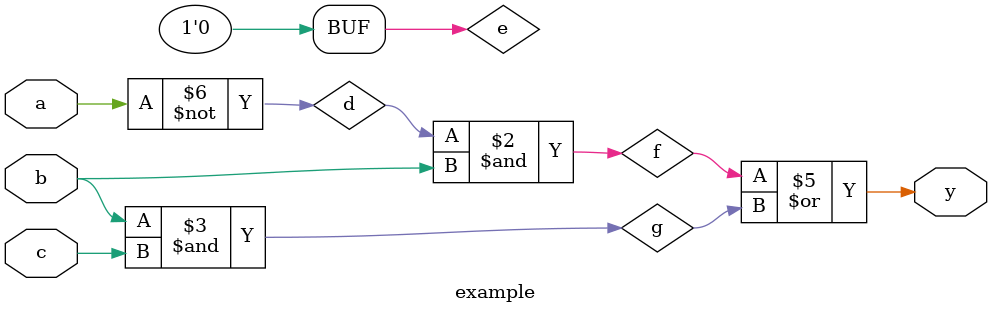
<source format=v>
module example(a, b, c, y);

// gate-level description
input a, b, c;
output y;

not(d, a);
and(e, a, d);
and(f, d, b);
and(g, b, c);
or(y, e, f, g);

/*
// data-flow description
// y = ab + a'b + bc = b
input a, b, c;
output y;

assign d = ~a;
assign e = a & b;
assign f = d & b;
assign g = b & c;
assign y = e | f | g;
// assign y = (a & b) | (~a & b) | (b & c);
*/
endmodule

</source>
